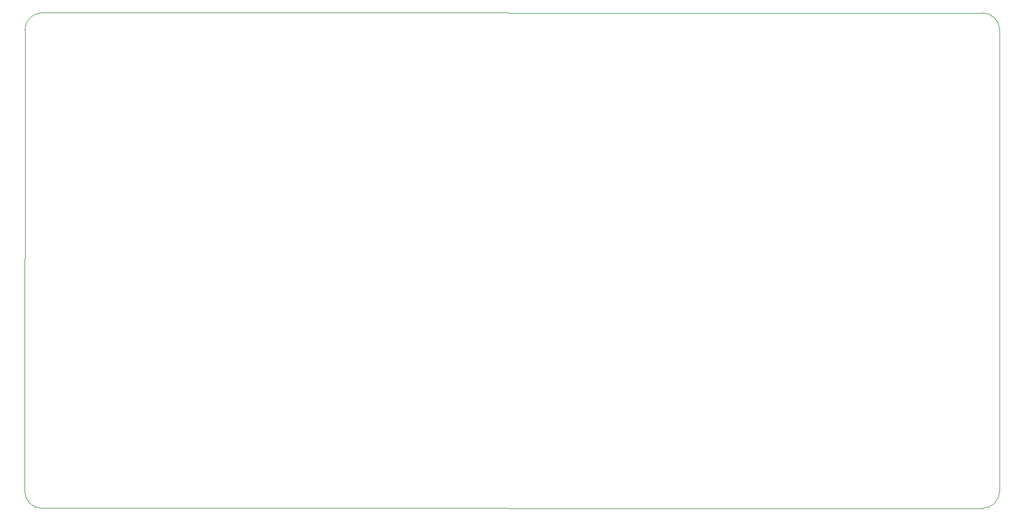
<source format=gbr>
%TF.GenerationSoftware,KiCad,Pcbnew,7.0.8*%
%TF.CreationDate,2024-07-13T09:20:10+02:00*%
%TF.ProjectId,ESP32_TFT2-8,45535033-325f-4544-9654-322d382e6b69,rev?*%
%TF.SameCoordinates,Original*%
%TF.FileFunction,Profile,NP*%
%FSLAX46Y46*%
G04 Gerber Fmt 4.6, Leading zero omitted, Abs format (unit mm)*
G04 Created by KiCad (PCBNEW 7.0.8) date 2024-07-13 09:20:10*
%MOMM*%
%LPD*%
G01*
G04 APERTURE LIST*
%TA.AperFunction,Profile*%
%ADD10C,0.100000*%
%TD*%
G04 APERTURE END LIST*
D10*
X215900001Y-147320001D02*
G75*
G03*
X218440001Y-144780001I-1J2540001D01*
G01*
X73666051Y-144763949D02*
X73686051Y-76186051D01*
X218440000Y-76200000D02*
G75*
G03*
X215900000Y-73660000I-2540000J0D01*
G01*
X73666051Y-144763949D02*
G75*
G03*
X76206051Y-147303949I2540049J49D01*
G01*
X215900001Y-147320001D02*
X76206051Y-147303949D01*
X76226051Y-73646051D02*
G75*
G03*
X73686051Y-76186051I-1J-2539999D01*
G01*
X76226051Y-73646051D02*
X215900000Y-73660000D01*
X218440000Y-76200000D02*
X218440001Y-144780001D01*
M02*

</source>
